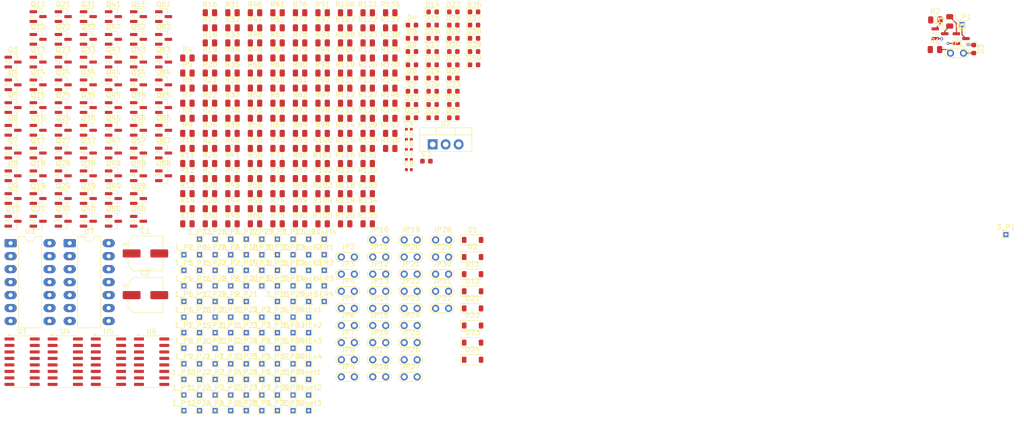
<source format=kicad_pcb>
(kicad_pcb
	(version 20241229)
	(generator "pcbnew")
	(generator_version "9.0")
	(general
		(thickness 1.6)
		(legacy_teardrops no)
	)
	(paper "A4")
	(layers
		(0 "F.Cu" signal)
		(2 "B.Cu" signal)
		(9 "F.Adhes" user "F.Adhesive")
		(11 "B.Adhes" user "B.Adhesive")
		(13 "F.Paste" user)
		(15 "B.Paste" user)
		(5 "F.SilkS" user "F.Silkscreen")
		(7 "B.SilkS" user "B.Silkscreen")
		(1 "F.Mask" user)
		(3 "B.Mask" user)
		(17 "Dwgs.User" user "User.Drawings")
		(19 "Cmts.User" user "User.Comments")
		(21 "Eco1.User" user "User.Eco1")
		(23 "Eco2.User" user "User.Eco2")
		(25 "Edge.Cuts" user)
		(27 "Margin" user)
		(31 "F.CrtYd" user "F.Courtyard")
		(29 "B.CrtYd" user "B.Courtyard")
		(35 "F.Fab" user)
		(33 "B.Fab" user)
		(39 "User.1" user)
		(41 "User.2" user)
		(43 "User.3" user)
		(45 "User.4" user)
	)
	(setup
		(pad_to_mask_clearance 0)
		(allow_soldermask_bridges_in_footprints no)
		(tenting front back)
		(pcbplotparams
			(layerselection 0x00000000_00000000_55555555_5755f5ff)
			(plot_on_all_layers_selection 0x00000000_00000000_00000000_00000000)
			(disableapertmacros no)
			(usegerberextensions no)
			(usegerberattributes yes)
			(usegerberadvancedattributes yes)
			(creategerberjobfile yes)
			(dashed_line_dash_ratio 12.000000)
			(dashed_line_gap_ratio 3.000000)
			(svgprecision 4)
			(plotframeref no)
			(mode 1)
			(useauxorigin no)
			(hpglpennumber 1)
			(hpglpenspeed 20)
			(hpglpendiameter 15.000000)
			(pdf_front_fp_property_popups yes)
			(pdf_back_fp_property_popups yes)
			(pdf_metadata yes)
			(pdf_single_document no)
			(dxfpolygonmode yes)
			(dxfimperialunits yes)
			(dxfusepcbnewfont yes)
			(psnegative no)
			(psa4output no)
			(plot_black_and_white yes)
			(sketchpadsonfab no)
			(plotpadnumbers no)
			(hidednponfab no)
			(sketchdnponfab yes)
			(crossoutdnponfab yes)
			(subtractmaskfromsilk no)
			(outputformat 1)
			(mirror no)
			(drillshape 1)
			(scaleselection 1)
			(outputdirectory "")
		)
	)
	(net 0 "")
	(net 1 "+15V")
	(net 2 "GND")
	(net 3 "-15V")
	(net 4 "+5V")
	(net 5 "Net-(U1-SRCLK)")
	(net 6 "Net-(U1-~{SRCLR})")
	(net 7 "Net-(U1-~{OE})")
	(net 8 "Net-(D1-K)")
	(net 9 "Net-(D1-A)")
	(net 10 "Net-(D3-A)")
	(net 11 "Net-(D4-A)")
	(net 12 "Net-(D5-A)")
	(net 13 "Net-(D6-A)")
	(net 14 "Net-(D7-A)")
	(net 15 "Net-(D8-A)")
	(net 16 "Net-(D9-A)")
	(net 17 "Net-(D10-A)")
	(net 18 "Net-(JP1-A)")
	(net 19 "Net-(JP2-A)")
	(net 20 "Net-(JP3-A)")
	(net 21 "Net-(JP4-A)")
	(net 22 "Net-(JP5-A)")
	(net 23 "Net-(JP6-A)")
	(net 24 "Net-(JP7-A)")
	(net 25 "Net-(JP8-A)")
	(net 26 "Net-(D11-A)")
	(net 27 "Net-(D12-A)")
	(net 28 "Net-(D13-A)")
	(net 29 "Net-(D14-A)")
	(net 30 "Net-(D15-A)")
	(net 31 "Net-(D16-A)")
	(net 32 "Net-(D17-A)")
	(net 33 "Net-(D18-A)")
	(net 34 "Net-(JP9-A)")
	(net 35 "Net-(JP10-A)")
	(net 36 "Net-(JP11-A)")
	(net 37 "Net-(JP12-A)")
	(net 38 "Net-(JP13-A)")
	(net 39 "Net-(JP14-A)")
	(net 40 "Net-(JP15-A)")
	(net 41 "Net-(JP16-A)")
	(net 42 "Net-(U1-QA)")
	(net 43 "Net-(U1-QB)")
	(net 44 "Net-(U1-QC)")
	(net 45 "Net-(U1-QD)")
	(net 46 "Net-(U1-QE)")
	(net 47 "Net-(U1-QF)")
	(net 48 "Net-(U1-QG)")
	(net 49 "Net-(U1-QH)")
	(net 50 "Net-(D19-A)")
	(net 51 "Net-(D20-A)")
	(net 52 "Net-(D21-A)")
	(net 53 "Net-(D22-A)")
	(net 54 "Net-(D23-A)")
	(net 55 "Net-(D24-A)")
	(net 56 "Net-(D25-A)")
	(net 57 "Net-(D26-A)")
	(net 58 "Net-(D27-A)")
	(net 59 "Net-(D28-A)")
	(net 60 "Net-(D29-A)")
	(net 61 "Net-(D30-A)")
	(net 62 "Net-(D31-A)")
	(net 63 "Net-(D32-A)")
	(net 64 "Net-(D33-A)")
	(net 65 "Net-(D34-A)")
	(net 66 "Net-(JP17-A)")
	(net 67 "Net-(JP18-A)")
	(net 68 "Net-(JP19-A)")
	(net 69 "Net-(JP20-A)")
	(net 70 "Net-(JP21-A)")
	(net 71 "Net-(JP22-A)")
	(net 72 "Net-(JP23-A)")
	(net 73 "Net-(JP24-A)")
	(net 74 "Net-(JP25-A)")
	(net 75 "Net-(JP26-A)")
	(net 76 "Net-(JP27-A)")
	(net 77 "Net-(JP28-A)")
	(net 78 "Net-(JP29-A)")
	(net 79 "Net-(JP30-A)")
	(net 80 "Net-(JP31-A)")
	(net 81 "Net-(JP32-A)")
	(net 82 "Net-(U4-QA)")
	(net 83 "Net-(U4-QB)")
	(net 84 "Net-(U4-QC)")
	(net 85 "Net-(U4-QD)")
	(net 86 "Net-(U4-QE)")
	(net 87 "Net-(U4-QF)")
	(net 88 "Net-(U4-QG)")
	(net 89 "Net-(U4-QH)")
	(net 90 "Net-(U5-QA)")
	(net 91 "Net-(U5-QB)")
	(net 92 "Net-(U5-QC)")
	(net 93 "Net-(U5-QD)")
	(net 94 "Net-(U5-QE)")
	(net 95 "Net-(U5-QF)")
	(net 96 "Net-(U5-QG)")
	(net 97 "Net-(U5-QH)")
	(net 98 "Net-(Q1-C)")
	(net 99 "Net-(Q5-C)")
	(net 100 "Net-(Q8-C)")
	(net 101 "Net-(Q9-C)")
	(net 102 "Net-(Q14-C)")
	(net 103 "Net-(Q15-C)")
	(net 104 "Net-(Q16-C)")
	(net 105 "Net-(Q17-C)")
	(net 106 "Net-(Q27-C)")
	(net 107 "Net-(Q28-C)")
	(net 108 "Net-(Q29-C)")
	(net 109 "Net-(Q30-C)")
	(net 110 "Net-(Q31-C)")
	(net 111 "Net-(Q32-C)")
	(net 112 "Net-(Q33-C)")
	(net 113 "Net-(Q34-C)")
	(net 114 "Net-(Q53-C)")
	(net 115 "Net-(Q54-C)")
	(net 116 "Net-(Q55-C)")
	(net 117 "Net-(Q56-C)")
	(net 118 "Net-(Q57-C)")
	(net 119 "Net-(Q58-C)")
	(net 120 "Net-(Q59-C)")
	(net 121 "Net-(Q60-C)")
	(net 122 "Net-(Q61-C)")
	(net 123 "Net-(Q62-C)")
	(net 124 "Net-(Q63-C)")
	(net 125 "Net-(Q64-C)")
	(net 126 "Net-(Q65-C)")
	(net 127 "Net-(Q66-C)")
	(net 128 "Net-(Q67-C)")
	(net 129 "Net-(Q68-C)")
	(net 130 "Net-(2_P1-Pad1)")
	(net 131 "Net-(2_P2-Pad1)")
	(net 132 "Net-(2_P3-Pad1)")
	(net 133 "Net-(2_P4-Pad1)")
	(net 134 "Net-(2_P5-Pad1)")
	(net 135 "Net-(2_P6-Pad1)")
	(net 136 "Net-(2_P7-Pad1)")
	(net 137 "Net-(2_P8-Pad1)")
	(net 138 "Net-(2_P9-Pad1)")
	(net 139 "Net-(2_P10-Pad1)")
	(net 140 "Net-(2_P11-Pad1)")
	(net 141 "Net-(2_P12-Pad1)")
	(net 142 "Net-(2_P13-Pad1)")
	(net 143 "Net-(2_P14-Pad1)")
	(net 144 "Net-(2_P15-Pad1)")
	(net 145 "Net-(2_P16-Pad1)")
	(net 146 "Net-(2_P17-Pad1)")
	(net 147 "Net-(2_P18-Pad1)")
	(net 148 "Net-(2_P19-Pad1)")
	(net 149 "Net-(2_P20-Pad1)")
	(net 150 "Net-(2_P21-Pad1)")
	(net 151 "Net-(2_P22-Pad1)")
	(net 152 "Net-(2_P23-Pad1)")
	(net 153 "Net-(2_P24-Pad1)")
	(net 154 "Net-(2_P25-Pad1)")
	(net 155 "Net-(2_P26-Pad1)")
	(net 156 "Net-(2_P27-Pad1)")
	(net 157 "Net-(2_P28-Pad1)")
	(net 158 "Net-(2_P29-Pad1)")
	(net 159 "Net-(2_P30-Pad1)")
	(net 160 "Net-(2_P31-Pad1)")
	(net 161 "Net-(2_P32-Pad1)")
	(net 162 "Net-(U4-SRCLK)")
	(net 163 "Net-(U5-SRCLK)")
	(net 164 "Net-(U6-SRCLK)")
	(net 165 "Net-(D2-A)")
	(net 166 "Net-(D11-K)")
	(net 167 "Net-(D21-K)")
	(net 168 "Net-(D22-K)")
	(net 169 "Net-(D35-A)")
	(net 170 "Net-(D36-A)")
	(net 171 "Net-(D37-A)")
	(net 172 "Net-(D38-A)")
	(net 173 "Net-(D39-A)")
	(net 174 "Net-(D40-A)")
	(net 175 "Net-(Out1-Pad1)")
	(net 176 "Net-(U4-~{OE})")
	(net 177 "Net-(U5-~{OE})")
	(net 178 "Net-(U6-~{OE})")
	(net 179 "Net-(Q1-B)")
	(net 180 "Net-(Q2-C)")
	(net 181 "Net-(Q2-B)")
	(net 182 "Net-(Q3-B)")
	(net 183 "Net-(Q3-C)")
	(net 184 "Net-(Q4-C)")
	(net 185 "Net-(Q4-B)")
	(net 186 "Net-(Q5-B)")
	(net 187 "Net-(Q6-B)")
	(net 188 "Net-(Q6-C)")
	(net 189 "Net-(Q7-C)")
	(net 190 "Net-(Q7-B)")
	(net 191 "Net-(Q8-B)")
	(net 192 "Net-(Q9-B)")
	(net 193 "Net-(Q10-C)")
	(net 194 "Net-(Q10-B)")
	(net 195 "Net-(Q11-C)")
	(net 196 "Net-(Q11-B)")
	(net 197 "Net-(Q12-C)")
	(net 198 "Net-(Q12-B)")
	(net 199 "Net-(Q13-C)")
	(net 200 "Net-(Q13-B)")
	(net 201 "Net-(Q14-B)")
	(net 202 "Net-(Q15-B)")
	(net 203 "Net-(Q16-B)")
	(net 204 "Net-(Q17-B)")
	(net 205 "Net-(Q18-C)")
	(net 206 "Net-(Q18-B)")
	(net 207 "Net-(Q19-B)")
	(net 208 "Net-(Q19-C)")
	(net 209 "Net-(Q20-B)")
	(net 210 "Net-(Q20-C)")
	(net 211 "Net-(Q21-B)")
	(net 212 "Net-(Q21-C)")
	(net 213 "Net-(Q22-C)")
	(net 214 "Net-(Q22-B)")
	(net 215 "Net-(Q23-B)")
	(net 216 "Net-(Q23-C)")
	(net 217 "Net-(Q24-C)")
	(net 218 "Net-(Q24-B)")
	(net 219 "Net-(Q25-B)")
	(net 220 "Net-(Q25-C)")
	(net 221 "Net-(Q26-C)")
	(net 222 "Net-(Q26-B)")
	(net 223 "Net-(Q27-B)")
	(net 224 "Net-(Q28-B)")
	(net 225 "Net-(Q29-B)")
	(net 226 "Net-(Q30-B)")
	(net 227 "Net-(Q31-B)")
	(net 228 "Net-(Q32-B)")
	(net 229 "Net-(Q33-B)")
	(net 230 "Net-(Q34-B)")
	(net 231 "Net-(Q35-B)")
	(net 232 "Net-(Q35-C)")
	(net 233 "Net-(Q36-C)")
	(net 234 "Net-(Q36-B)")
	(net 235 "Net-(Q37-B)")
	(net 236 "Net-(Q37-C)")
	(net 237 "Net-(Q38-B)")
	(net 238 "Net-(Q38-C)")
	(net 239 "Net-(Q39-B)")
	(net 240 "Net-(Q39-C)")
	(net 241 "Net-(Q40-C)")
	(net 242 "Net-(Q40-B)")
	(net 243 "Net-(Q41-B)")
	(net 244 "Net-(Q41-C)")
	(net 245 "Net-(Q42-B)")
	(net 246 "Net-(Q42-C)")
	(net 247 "Net-(Q43-B)")
	(net 248 "Net-(Q43-C)")
	(net 249 "Net-(Q44-B)")
	(net 250 "Net-(Q44-C)")
	(net 251 "Net-(Q45-B)")
	(net 252 "Net-(Q45-C)")
	(net 253 "Net-(Q46-C)")
	(net 254 "Net-(Q46-B)")
	(net 255 "Net-(Q47-B)")
	(net 256 "Net-(Q47-C)")
	(net 257 "Net-(Q48-B)")
	(net 258 "Net-(Q48-C)")
	(net 259 "Net-(Q49-C)")
	(net 260 "Net-(Q49-B)")
	(net 261 "Net-(Q50-B)")
	(net 262 "Net-(Q50-C)")
	(net 263 "Net-(Q51-B)")
	(net 264 "Net-(Q51-C)")
	(net 265 "Net-(Q52-C)")
	(net 266 "Net-(Q52-B)")
	(net 267 "Net-(Q53-B)")
	(net 268 "Net-(Q54-B)")
	(net 269 "Net-(Q55-B)")
	(net 270 "Net-(Q56-B)")
	(net 271 "Net-(Q57-B)")
	(net 272 "Net-(Q58-B)")
	(net 273 "Net-(Q59-B)")
	(net 274 "Net-(Q60-B)")
	(net 275 "Net-(Q61-B)")
	(net 276 "Net-(Q62-B)")
	(net 277 "Net-(Q63-B)")
	(net 278 "Net-(Q64-B)")
	(net 279 "Net-(Q65-B)")
	(net 280 "Net-(Q66-B)")
	(net 281 "Net-(Q67-B)")
	(net 282 "Net-(Q68-B)")
	(net 283 "Net-(U3A--)")
	(net 284 "Net-(R148-Pad1)")
	(net 285 "Net-(U3B--)")
	(net 286 "Net-(R144-Pad1)")
	(net 287 "Net-(U6-QA)")
	(net 288 "Net-(U6-QB)")
	(net 289 "Net-(U6-QC)")
	(net 290 "Net-(U6-QD)")
	(net 291 "Net-(U6-QE)")
	(net 292 "Net-(U6-QF)")
	(net 293 "Net-(U6-QG)")
	(net 294 "Net-(U6-QH)")
	(net 295 "Net-(U3C--)")
	(net 296 "Net-(U3D--)")
	(net 297 "Net-(R139-Pad2)")
	(net 298 "Net-(R140-Pad2)")
	(net 299 "Net-(U7A--)")
	(net 300 "Net-(U4-~{SRCLR})")
	(net 301 "Net-(U5-~{SRCLR})")
	(net 302 "Net-(U6-~{SRCLR})")
	(net 303 "Net-(U7-Pad8)")
	(net 304 "Net-(U7-Pad14)")
	(net 305 "Net-(U7-Pad7)")
	(footprint "TestPoint:TestPoint_THTPad_1.0x1.0mm_Drill0.5mm" (layer "F.Cu") (at 43.5975 -27.3))
	(footprint "Resistor_SMD:R_0805_2012Metric" (layer "F.Cu") (at 64.3075 -93.25))
	(footprint "Resistor_SMD:R_0805_2012Metric" (layer "F.Cu") (at 42.2575 -60.8))
	(footprint "TestPoint:TestPoint_THTPad_1.0x1.0mm_Drill0.5mm" (layer "F.Cu") (at 40.5475 -27.3))
	(footprint "TestPoint:TestPoint_THTPad_1.0x1.0mm_Drill0.5mm" (layer "F.Cu") (at 43.5975 -30.35))
	(footprint "TestPoint:TestPoint_THTPad_1.0x1.0mm_Drill0.5mm" (layer "F.Cu") (at 37.4975 -48.65))
	(footprint "Package_TO_SOT_SMD:SOT-23" (layer "F.Cu") (at 9.6375 -96.9))
	(footprint "Package_TO_SOT_SMD:SOT-23" (layer "F.Cu") (at 176.3 -98))
	(footprint "Package_TO_SOT_SMD:SOT-23" (layer "F.Cu") (at 9.6375 -101.35))
	(footprint "TestPoint:TestPoint_THTPad_1.0x1.0mm_Drill0.5mm" (layer "F.Cu") (at 49.6975 -48.65))
	(footprint "TestPoint:TestPoint_THTPad_1.0x1.0mm_Drill0.5mm" (layer "F.Cu") (at 46.6475 -48.65))
	(footprint "Resistor_SMD:R_0805_2012Metric" (layer "F.Cu") (at 42.2575 -72.6))
	(footprint "TestPoint:TestPoint_2Pads_Pitch2.54mm_Drill0.8mm" (layer "F.Cu") (at 59.1475 -37.55))
	(footprint "TestPoint:TestPoint_THTPad_1.0x1.0mm_Drill0.5mm" (layer "F.Cu") (at 55.7975 -57.8))
	(footprint "TestPoint:TestPoint_THTPad_1.0x1.0mm_Drill0.5mm" (layer "F.Cu") (at 37.4975 -24.25))
	(footprint "Resistor_SMD:R_0805_2012Metric" (layer "F.Cu") (at 59.8975 -72.6))
	(footprint "Package_DIP:DIP-14_W7.62mm_LongPads" (layer "F.Cu") (at 5.9975 -57.02))
	(footprint "Package_TO_SOT_SMD:SOT-23" (layer "F.Cu") (at -0.1825 -83.55))
	(footprint "Package_TO_SOT_SMD:SOT-23" (layer "F.Cu") (at 24.3675 -88))
	(footprint "TestPoint:TestPoint_THTPad_1.0x1.0mm_Drill0.5mm" (layer "F.Cu") (at 40.5475 -42.55))
	(footprint "Package_TO_SOT_SMD:SOT-23" (layer "F.Cu") (at 9.6375 -88))
	(footprint "LED_SMD:LED_0603_1608Metric" (layer "F.Cu") (at 77.0175 -81.56))
	(footprint "Resistor_SMD:R_0805_2012Metric" (layer "F.Cu") (at 55.4875 -87.35))
	(footprint "TestPoint:TestPoint_THTPad_1.0x1.0mm_Drill0.5mm" (layer "F.Cu") (at 52.7475 -51.7))
	(footprint "TestPoint:TestPoint_THTPad_1.0x1.0mm_Drill0.5mm" (layer "F.Cu") (at 49.6975 -45.6))
	(footprint "Resistor_SMD:R_0805_2012Metric" (layer "F.Cu") (at 37.8475 -78.5))
	(footprint "LED_SMD:LED_0603_1608Metric" (layer "F.Cu") (at 77.0175 -86.74))
	(footprint "Resistor_SMD:R_0805_2012Metric" (layer "F.Cu") (at 51.0775 -87.35))
	(footprint "TestPoint:TestPoint_THTPad_1.0x1.0mm_Drill0.5mm" (layer "F.Cu") (at 28.3475 -39.5))
	(footprint "Resistor_SMD:R_0805_2012Metric" (layer "F.Cu") (at 42.2575 -63.75))
	(footprint "TestPoint:TestPoint_THTPad_1.0x1.0mm_Drill0.5mm" (layer "F.Cu") (at 28.3475 -24.25))
	(footprint "Resistor_SMD:R_0805_2012Metric" (layer "F.Cu") (at 64.3075 -69.65))
	(footprint "LED_SMD:LED_0603_1608Metric" (layer "F.Cu") (at 77.0175 -89.33))
	(footprint "Resistor_SMD:R_0805_2012Metric" (layer "F.Cu") (at 55.4875 -96.2))
	(footprint "Resistor_SMD:R_0805_2012Metric" (layer "F.Cu") (at 42.2575 -96.2))
	(footprint "Resistor_SMD:R_0805_2012Metric" (layer "F.Cu") (at 37.8475 -96.2))
	(footprint "Resistor_SMD:R_0805_2012Metric" (layer "F.Cu") (at 29.0275 -78.5))
	(footprint "Package_TO_SOT_SMD:SOT-23" (layer "F.Cu") (at 9.6375 -70.2))
	(footprint "TestPoint:TestPoint_THTPad_1.0x1.0mm_Drill0.5mm" (layer "F.Cu") (at 31.3975 -39.5))
	(footprint "Package_TO_SOT_SMD:SOT-23" (layer "F.Cu") (at 14.5475 -61.3))
	(footprint "Resistor_SMD:R_0805_2012Metric" (layer "F.Cu") (at 59.8975 -63.75))
	(footprint "LED_SMD:LED_0603_1608Metric" (layer "F.Cu") (at 72.9675 -81.56))
	(footprint "LED_SMD:LED_0603_1608Metric" (layer "F.Cu") (at 72.9675 -99.69))
	(footprint "Package_TO_SOT_SMD:SOT-23"
		(layer "F.Cu")
		(uuid "1e956d25-1006-42dc-9ecd-714ce2540fbb")
		(at 4.7275 -70.2)
		(descr "SOT, 3 Pin (JEDEC TO-236 Var AB https://www.jedec.org/document_search?search_api_views_fulltext=TO-236), generated with kicad-footprint-generator ipc_gullwing_generator.py")
		(tags "SOT TO_SOT_SMD")
		(property "Reference" "Q28"
			(at 0 -2.4 0)
			(layer "F.SilkS")
			(uuid "c36a80e0-02c9-47bf-8aeb-5cbc2822cb87")
			(effects
				(font
					(size 1 1)
					(thickness 0.15)
				)
			)
		)
		(property "Value" "BC857"
			(at 0 2.4 0)
			(layer "F.Fab")
			(uuid "18993202-6d58-4363-93be-2179dcda1293")
			(effects
				(font
					(size 1 1)
					(thickness 0.15)
				)
			)
		)
		(property "Datasheet" "https://www.onsemi.com/pub/Collateral/BC860-D.pdf"
			(at 0 0 0)
			(layer "F.Fab")
			(hide yes)
			(uuid "de0767dc-8b12-4be2-acde-8374c9b4c4eb")
			(effects
				(font
					(size 1.27 1.27)
					(thickness 0.15)
				)
			)
		)
		(property "Description" "0.1A Ic, 45V Vce, PNP Transistor, SOT-23"
			(at 0 0 0)
			(layer "F.Fab")
			(hide yes)
			(uuid "5accab13-a9cc-4e13-b6fe-1ea08d0aacde")
			(effects
				(font
					(size 1.27 1.27)
					(thickness 0.15)
				)
			)
		)
		(property "Sim.Device" "PNP"
			(at 0 0 0)
			(unlocked yes)
			(layer "F.Fab")
			(hide yes)
			(uuid "9ac7f71e-0fa3-487d-8b02-193be20e5911")
			(effects
				(font
					(size 1 1)
					(thickness 0.15)
				)
			)
		)
		(property "Sim.Pins" "1=B 2=E 3=C"
			(at 0 0 0)
			(unlocked yes)
			(layer "F.Fab")
			(hide yes)
			(uuid "c84fccef-43ff-45b8-9d73-c1c0050ec719")
			(effects
				(font
					(size 1 1)
					(thickness 0.15)
				)
			)
		)
		(property ki_fp_filters "SOT?23*")
		(path "/82dd1acf-1736-4c2e-9d0f-194d1d5c6f5d")
		(sheetname "/")
		(sheetfile "Sequenzer.kicad_sch")
		(attr smd)
		(fp_line
			(start -0.76 -1.56)
			(end 0.76 -1.56)
			(stroke
				(width 0.12)
				(type solid)
			)
			(layer "F.SilkS")
			(uuid "d278b3e8-0366-4562-b5ac-42e3cec60c2b")
		)
		(fp_line
			(start -0.76 -1.51)
			(end -0.76 -1.56)
			(stroke
				(width 0.12)
				(type solid)
			)
			(layer "F.SilkS")
			(uuid "de8ae08e-add4-43a8-a101-e7ca3ef1f917")
		)
		(fp_line
			(start -0.76 0.39)
			(end -0.76 -0.39)
			(stroke
				(width 0.12)
				(type solid)
			)
			(layer "F.SilkS")
			(uuid "c453de91-0a52-4285-958a-c690199dd75b")
		)
		(fp_line
			(start -0.76 1.56)
			(end -0.76 1.51)
			(stroke
				(width 0.12)
				(type solid)
			)
			(layer "F.SilkS")
			(uuid "498c5d50-8beb-435d-9792-9c502ea14080")
		)
		(fp_line
			(start 0.76 -1.56)
			(end 0.76 -0.56)
			(stroke
				(width 0.12)
				(type solid)
			)
			(layer "F.SilkS")
			(uuid "3d87e78c-a47e-492d-9dcc-fd827ba42eb8")
		)
		(fp_line
			(start 0.76 0.56)
			(end 0.76 1.56)
			(stroke
				(width 0.12)
				(type solid)
			)
			(layer "F.SilkS")
			(uuid "4b5da14c-772c-4bf1-b531-137b42420071")
		)
		(fp_line
			(start 0.76 1.56)
			(end -0.76 1.56)
			(stroke
				(width 0.12)
				(type solid)
			)
			(layer "F.SilkS")
			(uuid "1
... [1618080 chars truncated]
</source>
